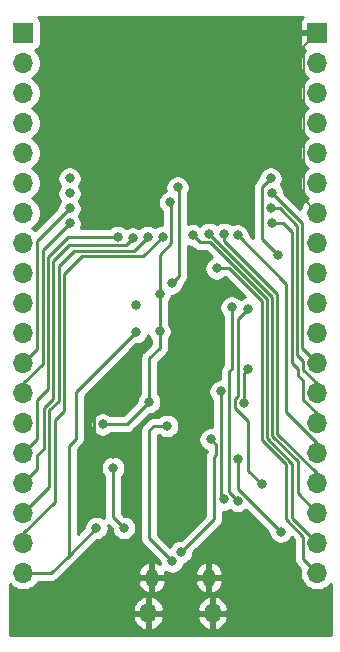
<source format=gbl>
%TF.GenerationSoftware,KiCad,Pcbnew,(5.1.10)-1*%
%TF.CreationDate,2021-10-10T21:05:51-06:00*%
%TF.ProjectId,ESP32_Boardv2.0,45535033-325f-4426-9f61-726476322e30,rev?*%
%TF.SameCoordinates,Original*%
%TF.FileFunction,Copper,L2,Bot*%
%TF.FilePolarity,Positive*%
%FSLAX46Y46*%
G04 Gerber Fmt 4.6, Leading zero omitted, Abs format (unit mm)*
G04 Created by KiCad (PCBNEW (5.1.10)-1) date 2021-10-10 21:05:51*
%MOMM*%
%LPD*%
G01*
G04 APERTURE LIST*
%TA.AperFunction,ComponentPad*%
%ADD10O,1.700000X1.700000*%
%TD*%
%TA.AperFunction,ComponentPad*%
%ADD11R,1.700000X1.700000*%
%TD*%
%TA.AperFunction,ComponentPad*%
%ADD12O,1.100000X1.500000*%
%TD*%
%TA.AperFunction,ComponentPad*%
%ADD13O,1.350000X1.700000*%
%TD*%
%TA.AperFunction,ViaPad*%
%ADD14C,0.800000*%
%TD*%
%TA.AperFunction,Conductor*%
%ADD15C,0.250000*%
%TD*%
%TA.AperFunction,Conductor*%
%ADD16C,0.200000*%
%TD*%
%TA.AperFunction,Conductor*%
%ADD17C,0.254000*%
%TD*%
%TA.AperFunction,Conductor*%
%ADD18C,0.100000*%
%TD*%
G04 APERTURE END LIST*
D10*
%TO.P,J2,19*%
%TO.N,+5V*%
X104267000Y-74295000D03*
%TO.P,J2,18*%
%TO.N,/CMD*%
X104267000Y-71755000D03*
%TO.P,J2,17*%
%TO.N,/SD3*%
X104267000Y-69215000D03*
%TO.P,J2,16*%
%TO.N,/SD2*%
X104267000Y-66675000D03*
%TO.P,J2,15*%
%TO.N,/IO13*%
X104267000Y-64135000D03*
%TO.P,J2,14*%
%TO.N,GND*%
X104267000Y-61595000D03*
%TO.P,J2,13*%
%TO.N,/IO12*%
X104267000Y-59055000D03*
%TO.P,J2,12*%
%TO.N,/IO14*%
X104267000Y-56515000D03*
%TO.P,J2,11*%
%TO.N,/IO27*%
X104267000Y-53975000D03*
%TO.P,J2,10*%
%TO.N,/IO26*%
X104267000Y-51435000D03*
%TO.P,J2,9*%
%TO.N,/IO25*%
X104267000Y-48895000D03*
%TO.P,J2,8*%
%TO.N,/IO33*%
X104267000Y-46355000D03*
%TO.P,J2,7*%
%TO.N,/IO32*%
X104267000Y-43815000D03*
%TO.P,J2,6*%
%TO.N,/IO35*%
X104267000Y-41275000D03*
%TO.P,J2,5*%
%TO.N,/IO34*%
X104267000Y-38735000D03*
%TO.P,J2,4*%
%TO.N,/SENSOR_VN*%
X104267000Y-36195000D03*
%TO.P,J2,3*%
%TO.N,/SENSOR_VP*%
X104267000Y-33655000D03*
%TO.P,J2,2*%
%TO.N,/EN*%
X104267000Y-31115000D03*
D11*
%TO.P,J2,1*%
%TO.N,/VDD33*%
X104267000Y-28575000D03*
%TD*%
D12*
%TO.P,J1,6*%
%TO.N,GND*%
X115157000Y-74696000D03*
X119997000Y-74696000D03*
D13*
X114847000Y-77696000D03*
X120307000Y-77696000D03*
%TD*%
D10*
%TO.P,J3,19*%
%TO.N,/CLK*%
X129159000Y-74295000D03*
%TO.P,J3,18*%
%TO.N,/SD0*%
X129159000Y-71755000D03*
%TO.P,J3,17*%
%TO.N,/SD1*%
X129159000Y-69215000D03*
%TO.P,J3,16*%
%TO.N,/IO15*%
X129159000Y-66675000D03*
%TO.P,J3,15*%
%TO.N,/IO2*%
X129159000Y-64135000D03*
%TO.P,J3,14*%
%TO.N,/IO0*%
X129159000Y-61595000D03*
%TO.P,J3,13*%
%TO.N,/IO4*%
X129159000Y-59055000D03*
%TO.P,J3,12*%
%TO.N,/IO16*%
X129159000Y-56515000D03*
%TO.P,J3,11*%
%TO.N,/IO17*%
X129159000Y-53975000D03*
%TO.P,J3,10*%
%TO.N,/IO5*%
X129159000Y-51435000D03*
%TO.P,J3,9*%
%TO.N,/IO18*%
X129159000Y-48895000D03*
%TO.P,J3,8*%
%TO.N,/IO19*%
X129159000Y-46355000D03*
%TO.P,J3,7*%
%TO.N,GND*%
X129159000Y-43815000D03*
%TO.P,J3,6*%
%TO.N,/IO21*%
X129159000Y-41275000D03*
%TO.P,J3,5*%
%TO.N,/RXD0*%
X129159000Y-38735000D03*
%TO.P,J3,4*%
%TO.N,/TXD0*%
X129159000Y-36195000D03*
%TO.P,J3,3*%
%TO.N,/IO22*%
X129159000Y-33655000D03*
%TO.P,J3,2*%
%TO.N,/IO23*%
X129159000Y-31115000D03*
D11*
%TO.P,J3,1*%
%TO.N,GND*%
X129159000Y-28575000D03*
%TD*%
D14*
%TO.N,GND*%
X115780000Y-35710000D03*
X117570000Y-59800000D03*
X111887000Y-64262000D03*
X118745000Y-67183000D03*
X110272999Y-60107999D03*
X117627000Y-70333000D03*
%TO.N,+5V*%
X113807500Y-53915500D03*
X110471000Y-70485000D03*
%TO.N,/VDD33*%
X113807500Y-51625500D03*
X116840000Y-49784000D03*
X117348000Y-41656000D03*
%TO.N,/IO0*%
X125349000Y-44704000D03*
%TO.N,/EN*%
X116713000Y-42926000D03*
X115824000Y-50673000D03*
X114935000Y-59817000D03*
X110998000Y-61722000D03*
X115824000Y-53848000D03*
%TO.N,/USB_DN*%
X116459000Y-61849000D03*
X116877000Y-73319000D03*
%TO.N,/USB_DP*%
X120142000Y-62992000D03*
X117652000Y-72517000D03*
%TO.N,/VBUS*%
X111887000Y-65405000D03*
X112795000Y-70485000D03*
%TO.N,/RTS*%
X121280347Y-68076653D03*
X120977999Y-58928000D03*
%TO.N,/CMD*%
X116078000Y-45847000D03*
%TO.N,/SD3*%
X114808000Y-45847000D03*
%TO.N,/SD2*%
X113538000Y-45974000D03*
%TO.N,/IO13*%
X112268000Y-45847000D03*
%TO.N,/IO12*%
X108204000Y-44704000D03*
%TO.N,/IO14*%
X108204000Y-43434000D03*
%TO.N,/IO27*%
X108204000Y-42164000D03*
%TO.N,/IO26*%
X108204000Y-40894000D03*
%TO.N,/TXD0*%
X122428000Y-68199000D03*
X121920000Y-51816000D03*
%TO.N,/RXD0*%
X123317000Y-51943000D03*
X124460000Y-66802000D03*
%TO.N,/IO17*%
X125222000Y-40894000D03*
X125857000Y-47371000D03*
%TO.N,/IO16*%
X125349000Y-42164000D03*
%TO.N,/IO4*%
X125222000Y-43434000D03*
%TO.N,/IO2*%
X122428000Y-45720000D03*
X126074000Y-70799747D03*
X122428000Y-64644010D03*
%TO.N,/IO15*%
X121285000Y-45593000D03*
%TO.N,/SD1*%
X120015000Y-45593000D03*
%TO.N,/SD0*%
X118618000Y-45704000D03*
%TO.N,/CLK*%
X120650000Y-48514000D03*
%TO.N,Net-(Q1-Pad1)*%
X122936000Y-59944000D03*
X123306990Y-57056010D03*
%TD*%
D15*
%TO.N,GND*%
X110272999Y-62647999D02*
X110272999Y-60107999D01*
X111887000Y-64262000D02*
X110272999Y-62647999D01*
D16*
X128008999Y-29725001D02*
X129159000Y-28575000D01*
X128008999Y-42664999D02*
X128008999Y-29725001D01*
X129159000Y-43815000D02*
X128008999Y-42664999D01*
D15*
%TO.N,+5V*%
X104267000Y-74295000D02*
X106661000Y-74295000D01*
X110109000Y-57614000D02*
X113807500Y-53915500D01*
X108131000Y-63515998D02*
X108712000Y-62934998D01*
X108131000Y-72825000D02*
X108131000Y-63515998D01*
X106661000Y-74295000D02*
X108131000Y-72825000D01*
X108131000Y-72825000D02*
X110471000Y-70485000D01*
X108712000Y-59011000D02*
X113807500Y-53915500D01*
X108712000Y-62934998D02*
X108712000Y-59011000D01*
%TO.N,/VDD33*%
X117438001Y-41746001D02*
X117348000Y-41656000D01*
X117438001Y-49185999D02*
X117438001Y-41746001D01*
X116840000Y-49784000D02*
X117438001Y-49185999D01*
%TO.N,/IO0*%
X125349000Y-44704000D02*
X126226980Y-44704000D01*
X126988980Y-45466000D02*
X126988980Y-56503980D01*
X126226980Y-44704000D02*
X126988980Y-45466000D01*
X127533989Y-57048989D02*
X127533989Y-57556989D01*
X126988980Y-56503980D02*
X127533989Y-57048989D01*
X127533989Y-57556989D02*
X127983999Y-58006999D01*
X129159000Y-60794002D02*
X129159000Y-61595000D01*
X127983999Y-59619001D02*
X129159000Y-60794002D01*
X127983999Y-58006999D02*
X127983999Y-59619001D01*
%TO.N,/EN*%
X116803001Y-43016001D02*
X116803001Y-46391999D01*
X116713000Y-42926000D02*
X116803001Y-43016001D01*
X115824000Y-47371000D02*
X115824000Y-50673000D01*
X116803001Y-46391999D02*
X115824000Y-47371000D01*
X114935000Y-56134000D02*
X114935000Y-59817000D01*
X115824000Y-55245000D02*
X114935000Y-56134000D01*
X113030000Y-61722000D02*
X114935000Y-59817000D01*
X110998000Y-61722000D02*
X113030000Y-61722000D01*
X115824000Y-53848000D02*
X115824000Y-55245000D01*
X115824000Y-50673000D02*
X115824000Y-53848000D01*
%TO.N,/USB_DN*%
X116607632Y-73049632D02*
X116877000Y-73319000D01*
X116459000Y-61849000D02*
X115316000Y-61849000D01*
X115316000Y-61849000D02*
X114935000Y-62230000D01*
X114935000Y-71377000D02*
X116877000Y-73319000D01*
X114935000Y-62230000D02*
X114935000Y-71377000D01*
%TO.N,/USB_DP*%
X120396000Y-69773000D02*
X117652000Y-72517000D01*
X120396000Y-64516000D02*
X120580990Y-64331010D01*
X120396000Y-69773000D02*
X120396000Y-64516000D01*
X120580990Y-63430990D02*
X120142000Y-62992000D01*
X120580990Y-64331010D02*
X120580990Y-63430990D01*
%TO.N,/VBUS*%
X111887000Y-69577000D02*
X112795000Y-70485000D01*
X111887000Y-65405000D02*
X111887000Y-69577000D01*
%TO.N,/RTS*%
X121280347Y-68076653D02*
X121031000Y-67827306D01*
X121031000Y-58981001D02*
X120977999Y-58928000D01*
X121031000Y-67827306D02*
X121031000Y-58981001D01*
%TO.N,/CMD*%
X116078000Y-45847000D02*
X114452979Y-47472021D01*
X109245979Y-47472021D02*
X107718040Y-48999960D01*
X114452979Y-47472021D02*
X109245979Y-47472021D01*
X107718040Y-60556960D02*
X106945020Y-61329980D01*
X107718040Y-48999960D02*
X107718040Y-60556960D01*
X106945020Y-68275982D02*
X104267000Y-70954002D01*
X104267000Y-70954002D02*
X104267000Y-71755000D01*
X106945020Y-61329980D02*
X106945020Y-68275982D01*
%TO.N,/SD3*%
X104267000Y-69215000D02*
X106495010Y-66986990D01*
X106495010Y-66986990D02*
X106495010Y-60511400D01*
X106495010Y-60511400D02*
X107268030Y-59738380D01*
X107268030Y-59738380D02*
X107268030Y-48306970D01*
X107268030Y-48306970D02*
X108552989Y-47022011D01*
X113632989Y-47022011D02*
X114808000Y-45847000D01*
X108552989Y-47022011D02*
X113632989Y-47022011D01*
%TO.N,/SD2*%
X112939999Y-46572001D02*
X108113999Y-46572001D01*
X113538000Y-45974000D02*
X112939999Y-46572001D01*
X108113999Y-46572001D02*
X106818020Y-47867980D01*
X106818020Y-47867980D02*
X106818020Y-59551980D01*
X106818020Y-59551980D02*
X106045000Y-60325000D01*
X105442001Y-65499999D02*
X104267000Y-66675000D01*
X105442001Y-64356999D02*
X105442001Y-65499999D01*
X106045000Y-63754000D02*
X105442001Y-64356999D01*
X106045000Y-60325000D02*
X106045000Y-63754000D01*
%TO.N,/IO13*%
X112268000Y-45847000D02*
X108077000Y-45847000D01*
X108077000Y-45847000D02*
X106368010Y-47555990D01*
X105442001Y-59619001D02*
X105442001Y-62959999D01*
X106368010Y-58692992D02*
X105442001Y-59619001D01*
X105442001Y-62959999D02*
X104267000Y-64135000D01*
X106368010Y-47555990D02*
X106368010Y-58692992D01*
%TO.N,/IO12*%
X108204000Y-44704000D02*
X105918000Y-46990000D01*
X104267000Y-58254002D02*
X104267000Y-59055000D01*
X105918000Y-56603002D02*
X104267000Y-58254002D01*
X105918000Y-46990000D02*
X105918000Y-56603002D01*
%TO.N,/IO14*%
X105442001Y-55339999D02*
X104267000Y-56515000D01*
X105442001Y-46195999D02*
X105442001Y-55339999D01*
X108204000Y-43434000D02*
X105442001Y-46195999D01*
%TO.N,/TXD0*%
X121702999Y-67473999D02*
X121702999Y-57240001D01*
X122428000Y-68199000D02*
X121702999Y-67473999D01*
X121920000Y-57023000D02*
X121920000Y-51816000D01*
X121702999Y-57240001D02*
X121920000Y-57023000D01*
%TO.N,/RXD0*%
X123317000Y-61398002D02*
X123317000Y-65659000D01*
X122210999Y-60292001D02*
X123317000Y-61398002D01*
X122210999Y-59595999D02*
X122210999Y-60292001D01*
X123317000Y-65659000D02*
X124460000Y-66802000D01*
X122485990Y-59321008D02*
X122210999Y-59595999D01*
X122485990Y-52774010D02*
X122485990Y-59321008D01*
X123317000Y-51943000D02*
X122485990Y-52774010D01*
%TO.N,/IO17*%
X124496999Y-41619001D02*
X125222000Y-40894000D01*
X124496999Y-46010999D02*
X124496999Y-41619001D01*
X125857000Y-47371000D02*
X124496999Y-46010999D01*
%TO.N,/IO16*%
X127889000Y-55245000D02*
X129159000Y-56515000D01*
X127889000Y-44704000D02*
X127889000Y-55245000D01*
X125349000Y-42164000D02*
X127889000Y-44704000D01*
%TO.N,/IO4*%
X125222000Y-43434000D02*
X125982590Y-43434000D01*
X127438990Y-44890400D02*
X127438990Y-55810990D01*
X127438990Y-55810990D02*
X127983999Y-56355999D01*
X125982590Y-43434000D02*
X127438990Y-44890400D01*
X129159000Y-58254002D02*
X129159000Y-59055000D01*
X127983999Y-57079001D02*
X129159000Y-58254002D01*
X127983999Y-56355999D02*
X127983999Y-57079001D01*
%TO.N,/IO2*%
X129159000Y-63334002D02*
X129159000Y-64135000D01*
X126538970Y-60713972D02*
X129159000Y-63334002D01*
X126538970Y-49830970D02*
X126538970Y-60713972D01*
X122428000Y-45720000D02*
X126538970Y-49830970D01*
X122428000Y-67153747D02*
X122428000Y-64644010D01*
X126074000Y-70799747D02*
X122428000Y-67153747D01*
%TO.N,/IO15*%
X129159000Y-65874002D02*
X129159000Y-66675000D01*
X125799315Y-62514317D02*
X129159000Y-65874002D01*
X125799315Y-50673000D02*
X125799315Y-62514317D01*
X121285000Y-46158685D02*
X125799315Y-50673000D01*
X121285000Y-45593000D02*
X121285000Y-46158685D01*
%TO.N,/SD1*%
X125349305Y-50927305D02*
X120015000Y-45593000D01*
X125349305Y-62700717D02*
X125349305Y-50927305D01*
X127508000Y-67564000D02*
X127508000Y-64859412D01*
X127508000Y-64859412D02*
X125349305Y-62700717D01*
X129159000Y-69215000D02*
X127508000Y-67564000D01*
%TO.N,/SD0*%
X124899295Y-51113705D02*
X124899296Y-62887118D01*
X120103591Y-46318001D02*
X124899295Y-51113705D01*
X127057990Y-69653990D02*
X129159000Y-71755000D01*
X127057990Y-65045812D02*
X127057990Y-69653990D01*
X124899296Y-62887118D02*
X127057990Y-65045812D01*
X119232001Y-46318001D02*
X118618000Y-45704000D01*
X120103591Y-46318001D02*
X119232001Y-46318001D01*
%TO.N,/CLK*%
X129159000Y-74295000D02*
X127983999Y-73119999D01*
X127983999Y-71216409D02*
X126492000Y-69724410D01*
X126492000Y-69724410D02*
X126492000Y-65116232D01*
X127983999Y-73119999D02*
X127983999Y-71216409D01*
X124449287Y-63073519D02*
X126492000Y-65116232D01*
X124449287Y-51300107D02*
X124449287Y-63073519D01*
X121663180Y-48514000D02*
X124449287Y-51300107D01*
X120650000Y-48514000D02*
X121663180Y-48514000D01*
%TO.N,Net-(Q1-Pad1)*%
X122936000Y-57427000D02*
X123306990Y-57056010D01*
X122936000Y-59944000D02*
X122936000Y-57427000D01*
%TD*%
D17*
%TO.N,GND*%
X118316102Y-46699226D02*
X118516061Y-46739000D01*
X118578198Y-46739000D01*
X118668201Y-46829003D01*
X118692000Y-46858002D01*
X118720998Y-46881800D01*
X118807725Y-46952975D01*
X118939754Y-47023547D01*
X119083015Y-47067004D01*
X119232001Y-47081678D01*
X119269334Y-47078001D01*
X119788790Y-47078001D01*
X120264282Y-47553493D01*
X120159744Y-47596795D01*
X119990226Y-47710063D01*
X119846063Y-47854226D01*
X119732795Y-48023744D01*
X119654774Y-48212102D01*
X119615000Y-48412061D01*
X119615000Y-48615939D01*
X119654774Y-48815898D01*
X119732795Y-49004256D01*
X119846063Y-49173774D01*
X119990226Y-49317937D01*
X120159744Y-49431205D01*
X120348102Y-49509226D01*
X120548061Y-49549000D01*
X120751939Y-49549000D01*
X120951898Y-49509226D01*
X121140256Y-49431205D01*
X121309774Y-49317937D01*
X121351045Y-49276666D01*
X123020983Y-50946604D01*
X123015102Y-50947774D01*
X122826744Y-51025795D01*
X122686928Y-51119217D01*
X122579774Y-51012063D01*
X122410256Y-50898795D01*
X122221898Y-50820774D01*
X122021939Y-50781000D01*
X121818061Y-50781000D01*
X121618102Y-50820774D01*
X121429744Y-50898795D01*
X121260226Y-51012063D01*
X121116063Y-51156226D01*
X121002795Y-51325744D01*
X120924774Y-51514102D01*
X120885000Y-51714061D01*
X120885000Y-51917939D01*
X120924774Y-52117898D01*
X121002795Y-52306256D01*
X121116063Y-52475774D01*
X121160001Y-52519712D01*
X121160000Y-56703654D01*
X121139201Y-56728998D01*
X121139200Y-56728999D01*
X121068025Y-56815725D01*
X120997453Y-56947755D01*
X120977061Y-57014982D01*
X120953997Y-57091015D01*
X120946022Y-57171985D01*
X120939323Y-57240001D01*
X120943000Y-57277333D01*
X120943000Y-57893000D01*
X120876060Y-57893000D01*
X120676101Y-57932774D01*
X120487743Y-58010795D01*
X120318225Y-58124063D01*
X120174062Y-58268226D01*
X120060794Y-58437744D01*
X119982773Y-58626102D01*
X119942999Y-58826061D01*
X119942999Y-59029939D01*
X119982773Y-59229898D01*
X120060794Y-59418256D01*
X120174062Y-59587774D01*
X120271001Y-59684713D01*
X120271001Y-61962383D01*
X120243939Y-61957000D01*
X120040061Y-61957000D01*
X119840102Y-61996774D01*
X119651744Y-62074795D01*
X119482226Y-62188063D01*
X119338063Y-62332226D01*
X119224795Y-62501744D01*
X119146774Y-62690102D01*
X119107000Y-62890061D01*
X119107000Y-63093939D01*
X119146774Y-63293898D01*
X119224795Y-63482256D01*
X119338063Y-63651774D01*
X119482226Y-63795937D01*
X119651744Y-63909205D01*
X119820990Y-63979309D01*
X119820990Y-64018658D01*
X119761026Y-64091724D01*
X119690454Y-64223754D01*
X119672745Y-64282135D01*
X119646998Y-64367014D01*
X119637884Y-64459546D01*
X119632324Y-64516000D01*
X119636001Y-64553332D01*
X119636000Y-69458198D01*
X117612199Y-71482000D01*
X117550061Y-71482000D01*
X117350102Y-71521774D01*
X117161744Y-71599795D01*
X116992226Y-71713063D01*
X116848063Y-71857226D01*
X116734795Y-72026744D01*
X116712755Y-72079953D01*
X115695000Y-71062199D01*
X115695000Y-62609000D01*
X115755289Y-62609000D01*
X115799226Y-62652937D01*
X115968744Y-62766205D01*
X116157102Y-62844226D01*
X116357061Y-62884000D01*
X116560939Y-62884000D01*
X116760898Y-62844226D01*
X116949256Y-62766205D01*
X117118774Y-62652937D01*
X117262937Y-62508774D01*
X117376205Y-62339256D01*
X117454226Y-62150898D01*
X117494000Y-61950939D01*
X117494000Y-61747061D01*
X117454226Y-61547102D01*
X117376205Y-61358744D01*
X117262937Y-61189226D01*
X117118774Y-61045063D01*
X116949256Y-60931795D01*
X116760898Y-60853774D01*
X116560939Y-60814000D01*
X116357061Y-60814000D01*
X116157102Y-60853774D01*
X115968744Y-60931795D01*
X115799226Y-61045063D01*
X115755289Y-61089000D01*
X115353322Y-61089000D01*
X115315999Y-61085324D01*
X115278676Y-61089000D01*
X115278667Y-61089000D01*
X115167014Y-61099997D01*
X115023753Y-61143454D01*
X114891724Y-61214026D01*
X114775999Y-61308999D01*
X114752196Y-61338003D01*
X114424003Y-61666196D01*
X114394999Y-61689999D01*
X114348170Y-61747061D01*
X114300026Y-61805724D01*
X114260676Y-61879343D01*
X114229454Y-61937754D01*
X114185997Y-62081015D01*
X114175000Y-62192668D01*
X114175000Y-62192678D01*
X114171324Y-62230000D01*
X114175000Y-62267322D01*
X114175001Y-71339668D01*
X114171324Y-71377000D01*
X114175001Y-71414333D01*
X114185409Y-71520000D01*
X114185998Y-71525985D01*
X114229454Y-71669246D01*
X114300026Y-71801276D01*
X114345944Y-71857226D01*
X114395000Y-71917001D01*
X114423998Y-71940799D01*
X115842000Y-73358802D01*
X115842000Y-73420939D01*
X115866606Y-73544643D01*
X115721039Y-73446869D01*
X115505526Y-73356989D01*
X115466744Y-73352197D01*
X115284000Y-73477639D01*
X115284000Y-74569000D01*
X116187152Y-74569000D01*
X116342684Y-74382116D01*
X118811316Y-74382116D01*
X118966848Y-74569000D01*
X119870000Y-74569000D01*
X119870000Y-73477639D01*
X120124000Y-73477639D01*
X120124000Y-74569000D01*
X121027152Y-74569000D01*
X121182684Y-74382116D01*
X121137684Y-74152989D01*
X121048848Y-73937043D01*
X120919590Y-73742578D01*
X120754877Y-73577066D01*
X120561039Y-73446869D01*
X120345526Y-73356989D01*
X120306744Y-73352197D01*
X120124000Y-73477639D01*
X119870000Y-73477639D01*
X119687256Y-73352197D01*
X119648474Y-73356989D01*
X119432961Y-73446869D01*
X119239123Y-73577066D01*
X119074410Y-73742578D01*
X118945152Y-73937043D01*
X118856316Y-74152989D01*
X118811316Y-74382116D01*
X116342684Y-74382116D01*
X116303044Y-74180278D01*
X116386744Y-74236205D01*
X116575102Y-74314226D01*
X116775061Y-74354000D01*
X116978939Y-74354000D01*
X117178898Y-74314226D01*
X117367256Y-74236205D01*
X117536774Y-74122937D01*
X117680937Y-73978774D01*
X117794205Y-73809256D01*
X117872226Y-73620898D01*
X117891368Y-73524664D01*
X117953898Y-73512226D01*
X118142256Y-73434205D01*
X118311774Y-73320937D01*
X118455937Y-73176774D01*
X118569205Y-73007256D01*
X118647226Y-72818898D01*
X118687000Y-72618939D01*
X118687000Y-72556801D01*
X120907004Y-70336798D01*
X120936001Y-70313001D01*
X121018912Y-70211974D01*
X121030974Y-70197277D01*
X121101546Y-70065247D01*
X121116285Y-70016657D01*
X121145003Y-69921986D01*
X121156000Y-69810333D01*
X121156000Y-69810323D01*
X121159676Y-69773001D01*
X121156000Y-69735678D01*
X121156000Y-69107196D01*
X121178408Y-69111653D01*
X121382286Y-69111653D01*
X121582245Y-69071879D01*
X121762502Y-68997213D01*
X121768226Y-69002937D01*
X121937744Y-69116205D01*
X122126102Y-69194226D01*
X122326061Y-69234000D01*
X122529939Y-69234000D01*
X122729898Y-69194226D01*
X122918256Y-69116205D01*
X123087774Y-69002937D01*
X123145081Y-68945630D01*
X125039000Y-70839549D01*
X125039000Y-70901686D01*
X125078774Y-71101645D01*
X125156795Y-71290003D01*
X125270063Y-71459521D01*
X125414226Y-71603684D01*
X125583744Y-71716952D01*
X125772102Y-71794973D01*
X125972061Y-71834747D01*
X126175939Y-71834747D01*
X126375898Y-71794973D01*
X126564256Y-71716952D01*
X126733774Y-71603684D01*
X126877937Y-71459521D01*
X126987835Y-71295047D01*
X127224000Y-71531212D01*
X127223999Y-73082676D01*
X127220323Y-73119999D01*
X127223999Y-73157321D01*
X127223999Y-73157331D01*
X127234996Y-73268984D01*
X127260238Y-73352197D01*
X127278453Y-73412245D01*
X127349025Y-73544275D01*
X127375936Y-73577066D01*
X127443998Y-73660000D01*
X127473002Y-73683803D01*
X127717791Y-73928592D01*
X127674000Y-74148740D01*
X127674000Y-74441260D01*
X127731068Y-74728158D01*
X127843010Y-74998411D01*
X128005525Y-75241632D01*
X128212368Y-75448475D01*
X128455589Y-75610990D01*
X128725842Y-75722932D01*
X129012740Y-75780000D01*
X129305260Y-75780000D01*
X129592158Y-75722932D01*
X129862411Y-75610990D01*
X130105632Y-75448475D01*
X130300000Y-75254107D01*
X130300000Y-79540215D01*
X103120122Y-79549768D01*
X103120405Y-78028884D01*
X113543325Y-78028884D01*
X113599176Y-78280185D01*
X113702981Y-78515761D01*
X113850750Y-78726559D01*
X114036804Y-78904478D01*
X114253993Y-79042681D01*
X114493971Y-79135857D01*
X114517600Y-79138910D01*
X114720000Y-79015224D01*
X114720000Y-77823000D01*
X114974000Y-77823000D01*
X114974000Y-79015224D01*
X115176400Y-79138910D01*
X115200029Y-79135857D01*
X115440007Y-79042681D01*
X115657196Y-78904478D01*
X115843250Y-78726559D01*
X115991019Y-78515761D01*
X116094824Y-78280185D01*
X116150675Y-78028884D01*
X119003325Y-78028884D01*
X119059176Y-78280185D01*
X119162981Y-78515761D01*
X119310750Y-78726559D01*
X119496804Y-78904478D01*
X119713993Y-79042681D01*
X119953971Y-79135857D01*
X119977600Y-79138910D01*
X120180000Y-79015224D01*
X120180000Y-77823000D01*
X120434000Y-77823000D01*
X120434000Y-79015224D01*
X120636400Y-79138910D01*
X120660029Y-79135857D01*
X120900007Y-79042681D01*
X121117196Y-78904478D01*
X121303250Y-78726559D01*
X121451019Y-78515761D01*
X121554824Y-78280185D01*
X121610675Y-78028884D01*
X121460573Y-77823000D01*
X120434000Y-77823000D01*
X120180000Y-77823000D01*
X119153427Y-77823000D01*
X119003325Y-78028884D01*
X116150675Y-78028884D01*
X116000573Y-77823000D01*
X114974000Y-77823000D01*
X114720000Y-77823000D01*
X113693427Y-77823000D01*
X113543325Y-78028884D01*
X103120405Y-78028884D01*
X103120529Y-77363116D01*
X113543325Y-77363116D01*
X113693427Y-77569000D01*
X114720000Y-77569000D01*
X114720000Y-76376776D01*
X114974000Y-76376776D01*
X114974000Y-77569000D01*
X116000573Y-77569000D01*
X116150675Y-77363116D01*
X119003325Y-77363116D01*
X119153427Y-77569000D01*
X120180000Y-77569000D01*
X120180000Y-76376776D01*
X120434000Y-76376776D01*
X120434000Y-77569000D01*
X121460573Y-77569000D01*
X121610675Y-77363116D01*
X121554824Y-77111815D01*
X121451019Y-76876239D01*
X121303250Y-76665441D01*
X121117196Y-76487522D01*
X120900007Y-76349319D01*
X120660029Y-76256143D01*
X120636400Y-76253090D01*
X120434000Y-76376776D01*
X120180000Y-76376776D01*
X119977600Y-76253090D01*
X119953971Y-76256143D01*
X119713993Y-76349319D01*
X119496804Y-76487522D01*
X119310750Y-76665441D01*
X119162981Y-76876239D01*
X119059176Y-77111815D01*
X119003325Y-77363116D01*
X116150675Y-77363116D01*
X116094824Y-77111815D01*
X115991019Y-76876239D01*
X115843250Y-76665441D01*
X115657196Y-76487522D01*
X115440007Y-76349319D01*
X115200029Y-76256143D01*
X115176400Y-76253090D01*
X114974000Y-76376776D01*
X114720000Y-76376776D01*
X114517600Y-76253090D01*
X114493971Y-76256143D01*
X114253993Y-76349319D01*
X114036804Y-76487522D01*
X113850750Y-76665441D01*
X113702981Y-76876239D01*
X113599176Y-77111815D01*
X113543325Y-77363116D01*
X103120529Y-77363116D01*
X103120924Y-75249031D01*
X103320368Y-75448475D01*
X103563589Y-75610990D01*
X103833842Y-75722932D01*
X104120740Y-75780000D01*
X104413260Y-75780000D01*
X104700158Y-75722932D01*
X104970411Y-75610990D01*
X105213632Y-75448475D01*
X105420475Y-75241632D01*
X105545178Y-75055000D01*
X106623678Y-75055000D01*
X106661000Y-75058676D01*
X106698322Y-75055000D01*
X106698333Y-75055000D01*
X106809986Y-75044003D01*
X106922463Y-75009884D01*
X113971316Y-75009884D01*
X114016316Y-75239011D01*
X114105152Y-75454957D01*
X114234410Y-75649422D01*
X114399123Y-75814934D01*
X114592961Y-75945131D01*
X114808474Y-76035011D01*
X114847256Y-76039803D01*
X115030000Y-75914361D01*
X115030000Y-74823000D01*
X115284000Y-74823000D01*
X115284000Y-75914361D01*
X115466744Y-76039803D01*
X115505526Y-76035011D01*
X115721039Y-75945131D01*
X115914877Y-75814934D01*
X116079590Y-75649422D01*
X116208848Y-75454957D01*
X116297684Y-75239011D01*
X116342684Y-75009884D01*
X118811316Y-75009884D01*
X118856316Y-75239011D01*
X118945152Y-75454957D01*
X119074410Y-75649422D01*
X119239123Y-75814934D01*
X119432961Y-75945131D01*
X119648474Y-76035011D01*
X119687256Y-76039803D01*
X119870000Y-75914361D01*
X119870000Y-74823000D01*
X120124000Y-74823000D01*
X120124000Y-75914361D01*
X120306744Y-76039803D01*
X120345526Y-76035011D01*
X120561039Y-75945131D01*
X120754877Y-75814934D01*
X120919590Y-75649422D01*
X121048848Y-75454957D01*
X121137684Y-75239011D01*
X121182684Y-75009884D01*
X121027152Y-74823000D01*
X120124000Y-74823000D01*
X119870000Y-74823000D01*
X118966848Y-74823000D01*
X118811316Y-75009884D01*
X116342684Y-75009884D01*
X116187152Y-74823000D01*
X115284000Y-74823000D01*
X115030000Y-74823000D01*
X114126848Y-74823000D01*
X113971316Y-75009884D01*
X106922463Y-75009884D01*
X106953247Y-75000546D01*
X107085276Y-74929974D01*
X107201001Y-74835001D01*
X107224804Y-74805997D01*
X107648685Y-74382116D01*
X113971316Y-74382116D01*
X114126848Y-74569000D01*
X115030000Y-74569000D01*
X115030000Y-73477639D01*
X114847256Y-73352197D01*
X114808474Y-73356989D01*
X114592961Y-73446869D01*
X114399123Y-73577066D01*
X114234410Y-73742578D01*
X114105152Y-73937043D01*
X114016316Y-74152989D01*
X113971316Y-74382116D01*
X107648685Y-74382116D01*
X108642004Y-73388798D01*
X108671001Y-73365001D01*
X108694804Y-73335997D01*
X110510802Y-71520000D01*
X110572939Y-71520000D01*
X110772898Y-71480226D01*
X110961256Y-71402205D01*
X111130774Y-71288937D01*
X111274937Y-71144774D01*
X111388205Y-70975256D01*
X111466226Y-70786898D01*
X111506000Y-70586939D01*
X111506000Y-70383061D01*
X111478126Y-70242927D01*
X111760000Y-70524801D01*
X111760000Y-70586939D01*
X111799774Y-70786898D01*
X111877795Y-70975256D01*
X111991063Y-71144774D01*
X112135226Y-71288937D01*
X112304744Y-71402205D01*
X112493102Y-71480226D01*
X112693061Y-71520000D01*
X112896939Y-71520000D01*
X113096898Y-71480226D01*
X113285256Y-71402205D01*
X113454774Y-71288937D01*
X113598937Y-71144774D01*
X113712205Y-70975256D01*
X113790226Y-70786898D01*
X113830000Y-70586939D01*
X113830000Y-70383061D01*
X113790226Y-70183102D01*
X113712205Y-69994744D01*
X113598937Y-69825226D01*
X113454774Y-69681063D01*
X113285256Y-69567795D01*
X113096898Y-69489774D01*
X112896939Y-69450000D01*
X112834801Y-69450000D01*
X112647000Y-69262199D01*
X112647000Y-66108711D01*
X112690937Y-66064774D01*
X112804205Y-65895256D01*
X112882226Y-65706898D01*
X112922000Y-65506939D01*
X112922000Y-65303061D01*
X112882226Y-65103102D01*
X112804205Y-64914744D01*
X112690937Y-64745226D01*
X112546774Y-64601063D01*
X112377256Y-64487795D01*
X112188898Y-64409774D01*
X111988939Y-64370000D01*
X111785061Y-64370000D01*
X111585102Y-64409774D01*
X111396744Y-64487795D01*
X111227226Y-64601063D01*
X111083063Y-64745226D01*
X110969795Y-64914744D01*
X110891774Y-65103102D01*
X110852000Y-65303061D01*
X110852000Y-65506939D01*
X110891774Y-65706898D01*
X110969795Y-65895256D01*
X111083063Y-66064774D01*
X111127000Y-66108711D01*
X111127001Y-69539668D01*
X111123324Y-69577000D01*
X111127001Y-69614333D01*
X111133879Y-69684168D01*
X111130774Y-69681063D01*
X110961256Y-69567795D01*
X110772898Y-69489774D01*
X110572939Y-69450000D01*
X110369061Y-69450000D01*
X110169102Y-69489774D01*
X109980744Y-69567795D01*
X109811226Y-69681063D01*
X109667063Y-69825226D01*
X109553795Y-69994744D01*
X109475774Y-70183102D01*
X109436000Y-70383061D01*
X109436000Y-70445198D01*
X108891000Y-70990198D01*
X108891000Y-63830799D01*
X109223004Y-63498796D01*
X109252001Y-63474999D01*
X109300194Y-63416276D01*
X109346974Y-63359275D01*
X109417546Y-63227245D01*
X109429339Y-63188368D01*
X109461003Y-63083984D01*
X109472000Y-62972331D01*
X109472000Y-62972322D01*
X109475676Y-62934999D01*
X109472000Y-62897676D01*
X109472000Y-59325801D01*
X113847302Y-54950500D01*
X113909439Y-54950500D01*
X114109398Y-54910726D01*
X114297756Y-54832705D01*
X114467274Y-54719437D01*
X114611437Y-54575274D01*
X114724705Y-54405756D01*
X114802726Y-54217398D01*
X114822463Y-54118171D01*
X114828774Y-54149898D01*
X114906795Y-54338256D01*
X115020063Y-54507774D01*
X115064001Y-54551712D01*
X115064001Y-54930198D01*
X114424002Y-55570197D01*
X114394999Y-55593999D01*
X114363611Y-55632246D01*
X114300026Y-55709724D01*
X114252609Y-55798434D01*
X114229454Y-55841754D01*
X114185997Y-55985015D01*
X114175000Y-56096668D01*
X114175000Y-56096678D01*
X114171324Y-56134000D01*
X114175000Y-56171323D01*
X114175001Y-59113288D01*
X114131063Y-59157226D01*
X114017795Y-59326744D01*
X113939774Y-59515102D01*
X113900000Y-59715061D01*
X113900000Y-59777198D01*
X112715199Y-60962000D01*
X111701711Y-60962000D01*
X111657774Y-60918063D01*
X111488256Y-60804795D01*
X111299898Y-60726774D01*
X111099939Y-60687000D01*
X110896061Y-60687000D01*
X110696102Y-60726774D01*
X110507744Y-60804795D01*
X110338226Y-60918063D01*
X110194063Y-61062226D01*
X110080795Y-61231744D01*
X110002774Y-61420102D01*
X109963000Y-61620061D01*
X109963000Y-61823939D01*
X110002774Y-62023898D01*
X110080795Y-62212256D01*
X110194063Y-62381774D01*
X110338226Y-62525937D01*
X110507744Y-62639205D01*
X110696102Y-62717226D01*
X110896061Y-62757000D01*
X111099939Y-62757000D01*
X111299898Y-62717226D01*
X111488256Y-62639205D01*
X111657774Y-62525937D01*
X111701711Y-62482000D01*
X112992678Y-62482000D01*
X113030000Y-62485676D01*
X113067322Y-62482000D01*
X113067333Y-62482000D01*
X113178986Y-62471003D01*
X113322247Y-62427546D01*
X113454276Y-62356974D01*
X113570001Y-62262001D01*
X113593804Y-62232997D01*
X114974802Y-60852000D01*
X115036939Y-60852000D01*
X115236898Y-60812226D01*
X115425256Y-60734205D01*
X115594774Y-60620937D01*
X115738937Y-60476774D01*
X115852205Y-60307256D01*
X115930226Y-60118898D01*
X115970000Y-59918939D01*
X115970000Y-59715061D01*
X115930226Y-59515102D01*
X115852205Y-59326744D01*
X115738937Y-59157226D01*
X115695000Y-59113289D01*
X115695000Y-56448801D01*
X116335003Y-55808799D01*
X116364001Y-55785001D01*
X116458974Y-55669276D01*
X116529546Y-55537247D01*
X116573003Y-55393986D01*
X116584000Y-55282333D01*
X116584000Y-55282323D01*
X116587676Y-55245000D01*
X116584000Y-55207677D01*
X116584000Y-54551711D01*
X116627937Y-54507774D01*
X116741205Y-54338256D01*
X116819226Y-54149898D01*
X116859000Y-53949939D01*
X116859000Y-53746061D01*
X116819226Y-53546102D01*
X116741205Y-53357744D01*
X116627937Y-53188226D01*
X116584000Y-53144289D01*
X116584000Y-51376711D01*
X116627937Y-51332774D01*
X116741205Y-51163256D01*
X116819226Y-50974898D01*
X116850236Y-50819000D01*
X116941939Y-50819000D01*
X117141898Y-50779226D01*
X117330256Y-50701205D01*
X117499774Y-50587937D01*
X117643937Y-50443774D01*
X117757205Y-50274256D01*
X117835226Y-50085898D01*
X117875000Y-49885939D01*
X117875000Y-49823802D01*
X117949005Y-49749797D01*
X117978002Y-49726000D01*
X118050222Y-49638000D01*
X118072975Y-49610276D01*
X118143547Y-49478246D01*
X118165251Y-49406695D01*
X118187004Y-49334985D01*
X118198001Y-49223332D01*
X118198001Y-49223323D01*
X118201677Y-49186000D01*
X118198001Y-49148677D01*
X118198001Y-46650307D01*
X118316102Y-46699226D01*
%TA.AperFunction,Conductor*%
D18*
G36*
X118316102Y-46699226D02*
G01*
X118516061Y-46739000D01*
X118578198Y-46739000D01*
X118668201Y-46829003D01*
X118692000Y-46858002D01*
X118720998Y-46881800D01*
X118807725Y-46952975D01*
X118939754Y-47023547D01*
X119083015Y-47067004D01*
X119232001Y-47081678D01*
X119269334Y-47078001D01*
X119788790Y-47078001D01*
X120264282Y-47553493D01*
X120159744Y-47596795D01*
X119990226Y-47710063D01*
X119846063Y-47854226D01*
X119732795Y-48023744D01*
X119654774Y-48212102D01*
X119615000Y-48412061D01*
X119615000Y-48615939D01*
X119654774Y-48815898D01*
X119732795Y-49004256D01*
X119846063Y-49173774D01*
X119990226Y-49317937D01*
X120159744Y-49431205D01*
X120348102Y-49509226D01*
X120548061Y-49549000D01*
X120751939Y-49549000D01*
X120951898Y-49509226D01*
X121140256Y-49431205D01*
X121309774Y-49317937D01*
X121351045Y-49276666D01*
X123020983Y-50946604D01*
X123015102Y-50947774D01*
X122826744Y-51025795D01*
X122686928Y-51119217D01*
X122579774Y-51012063D01*
X122410256Y-50898795D01*
X122221898Y-50820774D01*
X122021939Y-50781000D01*
X121818061Y-50781000D01*
X121618102Y-50820774D01*
X121429744Y-50898795D01*
X121260226Y-51012063D01*
X121116063Y-51156226D01*
X121002795Y-51325744D01*
X120924774Y-51514102D01*
X120885000Y-51714061D01*
X120885000Y-51917939D01*
X120924774Y-52117898D01*
X121002795Y-52306256D01*
X121116063Y-52475774D01*
X121160001Y-52519712D01*
X121160000Y-56703654D01*
X121139201Y-56728998D01*
X121139200Y-56728999D01*
X121068025Y-56815725D01*
X120997453Y-56947755D01*
X120977061Y-57014982D01*
X120953997Y-57091015D01*
X120946022Y-57171985D01*
X120939323Y-57240001D01*
X120943000Y-57277333D01*
X120943000Y-57893000D01*
X120876060Y-57893000D01*
X120676101Y-57932774D01*
X120487743Y-58010795D01*
X120318225Y-58124063D01*
X120174062Y-58268226D01*
X120060794Y-58437744D01*
X119982773Y-58626102D01*
X119942999Y-58826061D01*
X119942999Y-59029939D01*
X119982773Y-59229898D01*
X120060794Y-59418256D01*
X120174062Y-59587774D01*
X120271001Y-59684713D01*
X120271001Y-61962383D01*
X120243939Y-61957000D01*
X120040061Y-61957000D01*
X119840102Y-61996774D01*
X119651744Y-62074795D01*
X119482226Y-62188063D01*
X119338063Y-62332226D01*
X119224795Y-62501744D01*
X119146774Y-62690102D01*
X119107000Y-62890061D01*
X119107000Y-63093939D01*
X119146774Y-63293898D01*
X119224795Y-63482256D01*
X119338063Y-63651774D01*
X119482226Y-63795937D01*
X119651744Y-63909205D01*
X119820990Y-63979309D01*
X119820990Y-64018658D01*
X119761026Y-64091724D01*
X119690454Y-64223754D01*
X119672745Y-64282135D01*
X119646998Y-64367014D01*
X119637884Y-64459546D01*
X119632324Y-64516000D01*
X119636001Y-64553332D01*
X119636000Y-69458198D01*
X117612199Y-71482000D01*
X117550061Y-71482000D01*
X117350102Y-71521774D01*
X117161744Y-71599795D01*
X116992226Y-71713063D01*
X116848063Y-71857226D01*
X116734795Y-72026744D01*
X116712755Y-72079953D01*
X115695000Y-71062199D01*
X115695000Y-62609000D01*
X115755289Y-62609000D01*
X115799226Y-62652937D01*
X115968744Y-62766205D01*
X116157102Y-62844226D01*
X116357061Y-62884000D01*
X116560939Y-62884000D01*
X116760898Y-62844226D01*
X116949256Y-62766205D01*
X117118774Y-62652937D01*
X117262937Y-62508774D01*
X117376205Y-62339256D01*
X117454226Y-62150898D01*
X117494000Y-61950939D01*
X117494000Y-61747061D01*
X117454226Y-61547102D01*
X117376205Y-61358744D01*
X117262937Y-61189226D01*
X117118774Y-61045063D01*
X116949256Y-60931795D01*
X116760898Y-60853774D01*
X116560939Y-60814000D01*
X116357061Y-60814000D01*
X116157102Y-60853774D01*
X115968744Y-60931795D01*
X115799226Y-61045063D01*
X115755289Y-61089000D01*
X115353322Y-61089000D01*
X115315999Y-61085324D01*
X115278676Y-61089000D01*
X115278667Y-61089000D01*
X115167014Y-61099997D01*
X115023753Y-61143454D01*
X114891724Y-61214026D01*
X114775999Y-61308999D01*
X114752196Y-61338003D01*
X114424003Y-61666196D01*
X114394999Y-61689999D01*
X114348170Y-61747061D01*
X114300026Y-61805724D01*
X114260676Y-61879343D01*
X114229454Y-61937754D01*
X114185997Y-62081015D01*
X114175000Y-62192668D01*
X114175000Y-62192678D01*
X114171324Y-62230000D01*
X114175000Y-62267322D01*
X114175001Y-71339668D01*
X114171324Y-71377000D01*
X114175001Y-71414333D01*
X114185409Y-71520000D01*
X114185998Y-71525985D01*
X114229454Y-71669246D01*
X114300026Y-71801276D01*
X114345944Y-71857226D01*
X114395000Y-71917001D01*
X114423998Y-71940799D01*
X115842000Y-73358802D01*
X115842000Y-73420939D01*
X115866606Y-73544643D01*
X115721039Y-73446869D01*
X115505526Y-73356989D01*
X115466744Y-73352197D01*
X115284000Y-73477639D01*
X115284000Y-74569000D01*
X116187152Y-74569000D01*
X116342684Y-74382116D01*
X118811316Y-74382116D01*
X118966848Y-74569000D01*
X119870000Y-74569000D01*
X119870000Y-73477639D01*
X120124000Y-73477639D01*
X120124000Y-74569000D01*
X121027152Y-74569000D01*
X121182684Y-74382116D01*
X121137684Y-74152989D01*
X121048848Y-73937043D01*
X120919590Y-73742578D01*
X120754877Y-73577066D01*
X120561039Y-73446869D01*
X120345526Y-73356989D01*
X120306744Y-73352197D01*
X120124000Y-73477639D01*
X119870000Y-73477639D01*
X119687256Y-73352197D01*
X119648474Y-73356989D01*
X119432961Y-73446869D01*
X119239123Y-73577066D01*
X119074410Y-73742578D01*
X118945152Y-73937043D01*
X118856316Y-74152989D01*
X118811316Y-74382116D01*
X116342684Y-74382116D01*
X116303044Y-74180278D01*
X116386744Y-74236205D01*
X116575102Y-74314226D01*
X116775061Y-74354000D01*
X116978939Y-74354000D01*
X117178898Y-74314226D01*
X117367256Y-74236205D01*
X117536774Y-74122937D01*
X117680937Y-73978774D01*
X117794205Y-73809256D01*
X117872226Y-73620898D01*
X117891368Y-73524664D01*
X117953898Y-73512226D01*
X118142256Y-73434205D01*
X118311774Y-73320937D01*
X118455937Y-73176774D01*
X118569205Y-73007256D01*
X118647226Y-72818898D01*
X118687000Y-72618939D01*
X118687000Y-72556801D01*
X120907004Y-70336798D01*
X120936001Y-70313001D01*
X121018912Y-70211974D01*
X121030974Y-70197277D01*
X121101546Y-70065247D01*
X121116285Y-70016657D01*
X121145003Y-69921986D01*
X121156000Y-69810333D01*
X121156000Y-69810323D01*
X121159676Y-69773001D01*
X121156000Y-69735678D01*
X121156000Y-69107196D01*
X121178408Y-69111653D01*
X121382286Y-69111653D01*
X121582245Y-69071879D01*
X121762502Y-68997213D01*
X121768226Y-69002937D01*
X121937744Y-69116205D01*
X122126102Y-69194226D01*
X122326061Y-69234000D01*
X122529939Y-69234000D01*
X122729898Y-69194226D01*
X122918256Y-69116205D01*
X123087774Y-69002937D01*
X123145081Y-68945630D01*
X125039000Y-70839549D01*
X125039000Y-70901686D01*
X125078774Y-71101645D01*
X125156795Y-71290003D01*
X125270063Y-71459521D01*
X125414226Y-71603684D01*
X125583744Y-71716952D01*
X125772102Y-71794973D01*
X125972061Y-71834747D01*
X126175939Y-71834747D01*
X126375898Y-71794973D01*
X126564256Y-71716952D01*
X126733774Y-71603684D01*
X126877937Y-71459521D01*
X126987835Y-71295047D01*
X127224000Y-71531212D01*
X127223999Y-73082676D01*
X127220323Y-73119999D01*
X127223999Y-73157321D01*
X127223999Y-73157331D01*
X127234996Y-73268984D01*
X127260238Y-73352197D01*
X127278453Y-73412245D01*
X127349025Y-73544275D01*
X127375936Y-73577066D01*
X127443998Y-73660000D01*
X127473002Y-73683803D01*
X127717791Y-73928592D01*
X127674000Y-74148740D01*
X127674000Y-74441260D01*
X127731068Y-74728158D01*
X127843010Y-74998411D01*
X128005525Y-75241632D01*
X128212368Y-75448475D01*
X128455589Y-75610990D01*
X128725842Y-75722932D01*
X129012740Y-75780000D01*
X129305260Y-75780000D01*
X129592158Y-75722932D01*
X129862411Y-75610990D01*
X130105632Y-75448475D01*
X130300000Y-75254107D01*
X130300000Y-79540215D01*
X103120122Y-79549768D01*
X103120405Y-78028884D01*
X113543325Y-78028884D01*
X113599176Y-78280185D01*
X113702981Y-78515761D01*
X113850750Y-78726559D01*
X114036804Y-78904478D01*
X114253993Y-79042681D01*
X114493971Y-79135857D01*
X114517600Y-79138910D01*
X114720000Y-79015224D01*
X114720000Y-77823000D01*
X114974000Y-77823000D01*
X114974000Y-79015224D01*
X115176400Y-79138910D01*
X115200029Y-79135857D01*
X115440007Y-79042681D01*
X115657196Y-78904478D01*
X115843250Y-78726559D01*
X115991019Y-78515761D01*
X116094824Y-78280185D01*
X116150675Y-78028884D01*
X119003325Y-78028884D01*
X119059176Y-78280185D01*
X119162981Y-78515761D01*
X119310750Y-78726559D01*
X119496804Y-78904478D01*
X119713993Y-79042681D01*
X119953971Y-79135857D01*
X119977600Y-79138910D01*
X120180000Y-79015224D01*
X120180000Y-77823000D01*
X120434000Y-77823000D01*
X120434000Y-79015224D01*
X120636400Y-79138910D01*
X120660029Y-79135857D01*
X120900007Y-79042681D01*
X121117196Y-78904478D01*
X121303250Y-78726559D01*
X121451019Y-78515761D01*
X121554824Y-78280185D01*
X121610675Y-78028884D01*
X121460573Y-77823000D01*
X120434000Y-77823000D01*
X120180000Y-77823000D01*
X119153427Y-77823000D01*
X119003325Y-78028884D01*
X116150675Y-78028884D01*
X116000573Y-77823000D01*
X114974000Y-77823000D01*
X114720000Y-77823000D01*
X113693427Y-77823000D01*
X113543325Y-78028884D01*
X103120405Y-78028884D01*
X103120529Y-77363116D01*
X113543325Y-77363116D01*
X113693427Y-77569000D01*
X114720000Y-77569000D01*
X114720000Y-76376776D01*
X114974000Y-76376776D01*
X114974000Y-77569000D01*
X116000573Y-77569000D01*
X116150675Y-77363116D01*
X119003325Y-77363116D01*
X119153427Y-77569000D01*
X120180000Y-77569000D01*
X120180000Y-76376776D01*
X120434000Y-76376776D01*
X120434000Y-77569000D01*
X121460573Y-77569000D01*
X121610675Y-77363116D01*
X121554824Y-77111815D01*
X121451019Y-76876239D01*
X121303250Y-76665441D01*
X121117196Y-76487522D01*
X120900007Y-76349319D01*
X120660029Y-76256143D01*
X120636400Y-76253090D01*
X120434000Y-76376776D01*
X120180000Y-76376776D01*
X119977600Y-76253090D01*
X119953971Y-76256143D01*
X119713993Y-76349319D01*
X119496804Y-76487522D01*
X119310750Y-76665441D01*
X119162981Y-76876239D01*
X119059176Y-77111815D01*
X119003325Y-77363116D01*
X116150675Y-77363116D01*
X116094824Y-77111815D01*
X115991019Y-76876239D01*
X115843250Y-76665441D01*
X115657196Y-76487522D01*
X115440007Y-76349319D01*
X115200029Y-76256143D01*
X115176400Y-76253090D01*
X114974000Y-76376776D01*
X114720000Y-76376776D01*
X114517600Y-76253090D01*
X114493971Y-76256143D01*
X114253993Y-76349319D01*
X114036804Y-76487522D01*
X113850750Y-76665441D01*
X113702981Y-76876239D01*
X113599176Y-77111815D01*
X113543325Y-77363116D01*
X103120529Y-77363116D01*
X103120924Y-75249031D01*
X103320368Y-75448475D01*
X103563589Y-75610990D01*
X103833842Y-75722932D01*
X104120740Y-75780000D01*
X104413260Y-75780000D01*
X104700158Y-75722932D01*
X104970411Y-75610990D01*
X105213632Y-75448475D01*
X105420475Y-75241632D01*
X105545178Y-75055000D01*
X106623678Y-75055000D01*
X106661000Y-75058676D01*
X106698322Y-75055000D01*
X106698333Y-75055000D01*
X106809986Y-75044003D01*
X106922463Y-75009884D01*
X113971316Y-75009884D01*
X114016316Y-75239011D01*
X114105152Y-75454957D01*
X114234410Y-75649422D01*
X114399123Y-75814934D01*
X114592961Y-75945131D01*
X114808474Y-76035011D01*
X114847256Y-76039803D01*
X115030000Y-75914361D01*
X115030000Y-74823000D01*
X115284000Y-74823000D01*
X115284000Y-75914361D01*
X115466744Y-76039803D01*
X115505526Y-76035011D01*
X115721039Y-75945131D01*
X115914877Y-75814934D01*
X116079590Y-75649422D01*
X116208848Y-75454957D01*
X116297684Y-75239011D01*
X116342684Y-75009884D01*
X118811316Y-75009884D01*
X118856316Y-75239011D01*
X118945152Y-75454957D01*
X119074410Y-75649422D01*
X119239123Y-75814934D01*
X119432961Y-75945131D01*
X119648474Y-76035011D01*
X119687256Y-76039803D01*
X119870000Y-75914361D01*
X119870000Y-74823000D01*
X120124000Y-74823000D01*
X120124000Y-75914361D01*
X120306744Y-76039803D01*
X120345526Y-76035011D01*
X120561039Y-75945131D01*
X120754877Y-75814934D01*
X120919590Y-75649422D01*
X121048848Y-75454957D01*
X121137684Y-75239011D01*
X121182684Y-75009884D01*
X121027152Y-74823000D01*
X120124000Y-74823000D01*
X119870000Y-74823000D01*
X118966848Y-74823000D01*
X118811316Y-75009884D01*
X116342684Y-75009884D01*
X116187152Y-74823000D01*
X115284000Y-74823000D01*
X115030000Y-74823000D01*
X114126848Y-74823000D01*
X113971316Y-75009884D01*
X106922463Y-75009884D01*
X106953247Y-75000546D01*
X107085276Y-74929974D01*
X107201001Y-74835001D01*
X107224804Y-74805997D01*
X107648685Y-74382116D01*
X113971316Y-74382116D01*
X114126848Y-74569000D01*
X115030000Y-74569000D01*
X115030000Y-73477639D01*
X114847256Y-73352197D01*
X114808474Y-73356989D01*
X114592961Y-73446869D01*
X114399123Y-73577066D01*
X114234410Y-73742578D01*
X114105152Y-73937043D01*
X114016316Y-74152989D01*
X113971316Y-74382116D01*
X107648685Y-74382116D01*
X108642004Y-73388798D01*
X108671001Y-73365001D01*
X108694804Y-73335997D01*
X110510802Y-71520000D01*
X110572939Y-71520000D01*
X110772898Y-71480226D01*
X110961256Y-71402205D01*
X111130774Y-71288937D01*
X111274937Y-71144774D01*
X111388205Y-70975256D01*
X111466226Y-70786898D01*
X111506000Y-70586939D01*
X111506000Y-70383061D01*
X111478126Y-70242927D01*
X111760000Y-70524801D01*
X111760000Y-70586939D01*
X111799774Y-70786898D01*
X111877795Y-70975256D01*
X111991063Y-71144774D01*
X112135226Y-71288937D01*
X112304744Y-71402205D01*
X112493102Y-71480226D01*
X112693061Y-71520000D01*
X112896939Y-71520000D01*
X113096898Y-71480226D01*
X113285256Y-71402205D01*
X113454774Y-71288937D01*
X113598937Y-71144774D01*
X113712205Y-70975256D01*
X113790226Y-70786898D01*
X113830000Y-70586939D01*
X113830000Y-70383061D01*
X113790226Y-70183102D01*
X113712205Y-69994744D01*
X113598937Y-69825226D01*
X113454774Y-69681063D01*
X113285256Y-69567795D01*
X113096898Y-69489774D01*
X112896939Y-69450000D01*
X112834801Y-69450000D01*
X112647000Y-69262199D01*
X112647000Y-66108711D01*
X112690937Y-66064774D01*
X112804205Y-65895256D01*
X112882226Y-65706898D01*
X112922000Y-65506939D01*
X112922000Y-65303061D01*
X112882226Y-65103102D01*
X112804205Y-64914744D01*
X112690937Y-64745226D01*
X112546774Y-64601063D01*
X112377256Y-64487795D01*
X112188898Y-64409774D01*
X111988939Y-64370000D01*
X111785061Y-64370000D01*
X111585102Y-64409774D01*
X111396744Y-64487795D01*
X111227226Y-64601063D01*
X111083063Y-64745226D01*
X110969795Y-64914744D01*
X110891774Y-65103102D01*
X110852000Y-65303061D01*
X110852000Y-65506939D01*
X110891774Y-65706898D01*
X110969795Y-65895256D01*
X111083063Y-66064774D01*
X111127000Y-66108711D01*
X111127001Y-69539668D01*
X111123324Y-69577000D01*
X111127001Y-69614333D01*
X111133879Y-69684168D01*
X111130774Y-69681063D01*
X110961256Y-69567795D01*
X110772898Y-69489774D01*
X110572939Y-69450000D01*
X110369061Y-69450000D01*
X110169102Y-69489774D01*
X109980744Y-69567795D01*
X109811226Y-69681063D01*
X109667063Y-69825226D01*
X109553795Y-69994744D01*
X109475774Y-70183102D01*
X109436000Y-70383061D01*
X109436000Y-70445198D01*
X108891000Y-70990198D01*
X108891000Y-63830799D01*
X109223004Y-63498796D01*
X109252001Y-63474999D01*
X109300194Y-63416276D01*
X109346974Y-63359275D01*
X109417546Y-63227245D01*
X109429339Y-63188368D01*
X109461003Y-63083984D01*
X109472000Y-62972331D01*
X109472000Y-62972322D01*
X109475676Y-62934999D01*
X109472000Y-62897676D01*
X109472000Y-59325801D01*
X113847302Y-54950500D01*
X113909439Y-54950500D01*
X114109398Y-54910726D01*
X114297756Y-54832705D01*
X114467274Y-54719437D01*
X114611437Y-54575274D01*
X114724705Y-54405756D01*
X114802726Y-54217398D01*
X114822463Y-54118171D01*
X114828774Y-54149898D01*
X114906795Y-54338256D01*
X115020063Y-54507774D01*
X115064001Y-54551712D01*
X115064001Y-54930198D01*
X114424002Y-55570197D01*
X114394999Y-55593999D01*
X114363611Y-55632246D01*
X114300026Y-55709724D01*
X114252609Y-55798434D01*
X114229454Y-55841754D01*
X114185997Y-55985015D01*
X114175000Y-56096668D01*
X114175000Y-56096678D01*
X114171324Y-56134000D01*
X114175000Y-56171323D01*
X114175001Y-59113288D01*
X114131063Y-59157226D01*
X114017795Y-59326744D01*
X113939774Y-59515102D01*
X113900000Y-59715061D01*
X113900000Y-59777198D01*
X112715199Y-60962000D01*
X111701711Y-60962000D01*
X111657774Y-60918063D01*
X111488256Y-60804795D01*
X111299898Y-60726774D01*
X111099939Y-60687000D01*
X110896061Y-60687000D01*
X110696102Y-60726774D01*
X110507744Y-60804795D01*
X110338226Y-60918063D01*
X110194063Y-61062226D01*
X110080795Y-61231744D01*
X110002774Y-61420102D01*
X109963000Y-61620061D01*
X109963000Y-61823939D01*
X110002774Y-62023898D01*
X110080795Y-62212256D01*
X110194063Y-62381774D01*
X110338226Y-62525937D01*
X110507744Y-62639205D01*
X110696102Y-62717226D01*
X110896061Y-62757000D01*
X111099939Y-62757000D01*
X111299898Y-62717226D01*
X111488256Y-62639205D01*
X111657774Y-62525937D01*
X111701711Y-62482000D01*
X112992678Y-62482000D01*
X113030000Y-62485676D01*
X113067322Y-62482000D01*
X113067333Y-62482000D01*
X113178986Y-62471003D01*
X113322247Y-62427546D01*
X113454276Y-62356974D01*
X113570001Y-62262001D01*
X113593804Y-62232997D01*
X114974802Y-60852000D01*
X115036939Y-60852000D01*
X115236898Y-60812226D01*
X115425256Y-60734205D01*
X115594774Y-60620937D01*
X115738937Y-60476774D01*
X115852205Y-60307256D01*
X115930226Y-60118898D01*
X115970000Y-59918939D01*
X115970000Y-59715061D01*
X115930226Y-59515102D01*
X115852205Y-59326744D01*
X115738937Y-59157226D01*
X115695000Y-59113289D01*
X115695000Y-56448801D01*
X116335003Y-55808799D01*
X116364001Y-55785001D01*
X116458974Y-55669276D01*
X116529546Y-55537247D01*
X116573003Y-55393986D01*
X116584000Y-55282333D01*
X116584000Y-55282323D01*
X116587676Y-55245000D01*
X116584000Y-55207677D01*
X116584000Y-54551711D01*
X116627937Y-54507774D01*
X116741205Y-54338256D01*
X116819226Y-54149898D01*
X116859000Y-53949939D01*
X116859000Y-53746061D01*
X116819226Y-53546102D01*
X116741205Y-53357744D01*
X116627937Y-53188226D01*
X116584000Y-53144289D01*
X116584000Y-51376711D01*
X116627937Y-51332774D01*
X116741205Y-51163256D01*
X116819226Y-50974898D01*
X116850236Y-50819000D01*
X116941939Y-50819000D01*
X117141898Y-50779226D01*
X117330256Y-50701205D01*
X117499774Y-50587937D01*
X117643937Y-50443774D01*
X117757205Y-50274256D01*
X117835226Y-50085898D01*
X117875000Y-49885939D01*
X117875000Y-49823802D01*
X117949005Y-49749797D01*
X117978002Y-49726000D01*
X118050222Y-49638000D01*
X118072975Y-49610276D01*
X118143547Y-49478246D01*
X118165251Y-49406695D01*
X118187004Y-49334985D01*
X118198001Y-49223332D01*
X118198001Y-49223323D01*
X118201677Y-49186000D01*
X118198001Y-49148677D01*
X118198001Y-46650307D01*
X118316102Y-46699226D01*
G37*
%TD.AperFunction*%
D17*
X104394000Y-61468000D02*
X104414000Y-61468000D01*
X104414000Y-61722000D01*
X104394000Y-61722000D01*
X104394000Y-61742000D01*
X104140000Y-61742000D01*
X104140000Y-61722000D01*
X104120000Y-61722000D01*
X104120000Y-61468000D01*
X104140000Y-61468000D01*
X104140000Y-61448000D01*
X104394000Y-61448000D01*
X104394000Y-61468000D01*
%TA.AperFunction,Conductor*%
D18*
G36*
X104394000Y-61468000D02*
G01*
X104414000Y-61468000D01*
X104414000Y-61722000D01*
X104394000Y-61722000D01*
X104394000Y-61742000D01*
X104140000Y-61742000D01*
X104140000Y-61722000D01*
X104120000Y-61722000D01*
X104120000Y-61468000D01*
X104140000Y-61468000D01*
X104140000Y-61448000D01*
X104394000Y-61448000D01*
X104394000Y-61468000D01*
G37*
%TD.AperFunction*%
D17*
X127857815Y-27273815D02*
X127778463Y-27370506D01*
X127719498Y-27480820D01*
X127683188Y-27600518D01*
X127670928Y-27725000D01*
X127674000Y-28289250D01*
X127832750Y-28448000D01*
X129032000Y-28448000D01*
X129032000Y-28428000D01*
X129286000Y-28428000D01*
X129286000Y-28448000D01*
X129306000Y-28448000D01*
X129306000Y-28702000D01*
X129286000Y-28702000D01*
X129286000Y-28722000D01*
X129032000Y-28722000D01*
X129032000Y-28702000D01*
X127832750Y-28702000D01*
X127674000Y-28860750D01*
X127670928Y-29425000D01*
X127683188Y-29549482D01*
X127719498Y-29669180D01*
X127778463Y-29779494D01*
X127857815Y-29876185D01*
X127954506Y-29955537D01*
X128064820Y-30014502D01*
X128137380Y-30036513D01*
X128005525Y-30168368D01*
X127843010Y-30411589D01*
X127731068Y-30681842D01*
X127674000Y-30968740D01*
X127674000Y-31261260D01*
X127731068Y-31548158D01*
X127843010Y-31818411D01*
X128005525Y-32061632D01*
X128212368Y-32268475D01*
X128386760Y-32385000D01*
X128212368Y-32501525D01*
X128005525Y-32708368D01*
X127843010Y-32951589D01*
X127731068Y-33221842D01*
X127674000Y-33508740D01*
X127674000Y-33801260D01*
X127731068Y-34088158D01*
X127843010Y-34358411D01*
X128005525Y-34601632D01*
X128212368Y-34808475D01*
X128386760Y-34925000D01*
X128212368Y-35041525D01*
X128005525Y-35248368D01*
X127843010Y-35491589D01*
X127731068Y-35761842D01*
X127674000Y-36048740D01*
X127674000Y-36341260D01*
X127731068Y-36628158D01*
X127843010Y-36898411D01*
X128005525Y-37141632D01*
X128212368Y-37348475D01*
X128386760Y-37465000D01*
X128212368Y-37581525D01*
X128005525Y-37788368D01*
X127843010Y-38031589D01*
X127731068Y-38301842D01*
X127674000Y-38588740D01*
X127674000Y-38881260D01*
X127731068Y-39168158D01*
X127843010Y-39438411D01*
X128005525Y-39681632D01*
X128212368Y-39888475D01*
X128386760Y-40005000D01*
X128212368Y-40121525D01*
X128005525Y-40328368D01*
X127843010Y-40571589D01*
X127731068Y-40841842D01*
X127674000Y-41128740D01*
X127674000Y-41421260D01*
X127731068Y-41708158D01*
X127843010Y-41978411D01*
X128005525Y-42221632D01*
X128212368Y-42428475D01*
X128394534Y-42550195D01*
X128277645Y-42619822D01*
X128061412Y-42814731D01*
X127887359Y-43048080D01*
X127762175Y-43310901D01*
X127717614Y-43457812D01*
X126384000Y-42124199D01*
X126384000Y-42062061D01*
X126344226Y-41862102D01*
X126266205Y-41673744D01*
X126152937Y-41504226D01*
X126096652Y-41447941D01*
X126139205Y-41384256D01*
X126217226Y-41195898D01*
X126257000Y-40995939D01*
X126257000Y-40792061D01*
X126217226Y-40592102D01*
X126139205Y-40403744D01*
X126025937Y-40234226D01*
X125881774Y-40090063D01*
X125712256Y-39976795D01*
X125523898Y-39898774D01*
X125323939Y-39859000D01*
X125120061Y-39859000D01*
X124920102Y-39898774D01*
X124731744Y-39976795D01*
X124562226Y-40090063D01*
X124418063Y-40234226D01*
X124304795Y-40403744D01*
X124226774Y-40592102D01*
X124187000Y-40792061D01*
X124187000Y-40854199D01*
X123985997Y-41055202D01*
X123956999Y-41079000D01*
X123933201Y-41107998D01*
X123933200Y-41107999D01*
X123862025Y-41194725D01*
X123791453Y-41326755D01*
X123783158Y-41354102D01*
X123747997Y-41470015D01*
X123744353Y-41507015D01*
X123733323Y-41619001D01*
X123737000Y-41656333D01*
X123736999Y-45954198D01*
X123463000Y-45680199D01*
X123463000Y-45618061D01*
X123423226Y-45418102D01*
X123345205Y-45229744D01*
X123231937Y-45060226D01*
X123087774Y-44916063D01*
X122918256Y-44802795D01*
X122729898Y-44724774D01*
X122529939Y-44685000D01*
X122326061Y-44685000D01*
X122126102Y-44724774D01*
X121952425Y-44796714D01*
X121944774Y-44789063D01*
X121775256Y-44675795D01*
X121586898Y-44597774D01*
X121386939Y-44558000D01*
X121183061Y-44558000D01*
X120983102Y-44597774D01*
X120794744Y-44675795D01*
X120650000Y-44772510D01*
X120505256Y-44675795D01*
X120316898Y-44597774D01*
X120116939Y-44558000D01*
X119913061Y-44558000D01*
X119713102Y-44597774D01*
X119524744Y-44675795D01*
X119355226Y-44789063D01*
X119257663Y-44886626D01*
X119108256Y-44786795D01*
X118919898Y-44708774D01*
X118719939Y-44669000D01*
X118516061Y-44669000D01*
X118316102Y-44708774D01*
X118198001Y-44757693D01*
X118198001Y-42246834D01*
X118265205Y-42146256D01*
X118343226Y-41957898D01*
X118383000Y-41757939D01*
X118383000Y-41554061D01*
X118343226Y-41354102D01*
X118265205Y-41165744D01*
X118151937Y-40996226D01*
X118007774Y-40852063D01*
X117838256Y-40738795D01*
X117649898Y-40660774D01*
X117449939Y-40621000D01*
X117246061Y-40621000D01*
X117046102Y-40660774D01*
X116857744Y-40738795D01*
X116688226Y-40852063D01*
X116544063Y-40996226D01*
X116430795Y-41165744D01*
X116352774Y-41354102D01*
X116313000Y-41554061D01*
X116313000Y-41757939D01*
X116352229Y-41955160D01*
X116222744Y-42008795D01*
X116053226Y-42122063D01*
X115909063Y-42266226D01*
X115795795Y-42435744D01*
X115717774Y-42624102D01*
X115678000Y-42824061D01*
X115678000Y-43027939D01*
X115717774Y-43227898D01*
X115795795Y-43416256D01*
X115909063Y-43585774D01*
X116043001Y-43719712D01*
X116043002Y-44812000D01*
X115976061Y-44812000D01*
X115776102Y-44851774D01*
X115587744Y-44929795D01*
X115443000Y-45026510D01*
X115298256Y-44929795D01*
X115109898Y-44851774D01*
X114909939Y-44812000D01*
X114706061Y-44812000D01*
X114506102Y-44851774D01*
X114317744Y-44929795D01*
X114148226Y-45043063D01*
X114091941Y-45099348D01*
X114028256Y-45056795D01*
X113839898Y-44978774D01*
X113639939Y-44939000D01*
X113436061Y-44939000D01*
X113236102Y-44978774D01*
X113047744Y-45056795D01*
X112984059Y-45099348D01*
X112927774Y-45043063D01*
X112758256Y-44929795D01*
X112569898Y-44851774D01*
X112369939Y-44812000D01*
X112166061Y-44812000D01*
X111966102Y-44851774D01*
X111777744Y-44929795D01*
X111608226Y-45043063D01*
X111564289Y-45087000D01*
X109165632Y-45087000D01*
X109199226Y-45005898D01*
X109239000Y-44805939D01*
X109239000Y-44602061D01*
X109199226Y-44402102D01*
X109121205Y-44213744D01*
X109024490Y-44069000D01*
X109121205Y-43924256D01*
X109199226Y-43735898D01*
X109239000Y-43535939D01*
X109239000Y-43332061D01*
X109199226Y-43132102D01*
X109121205Y-42943744D01*
X109024490Y-42799000D01*
X109121205Y-42654256D01*
X109199226Y-42465898D01*
X109239000Y-42265939D01*
X109239000Y-42062061D01*
X109199226Y-41862102D01*
X109121205Y-41673744D01*
X109024490Y-41529000D01*
X109121205Y-41384256D01*
X109199226Y-41195898D01*
X109239000Y-40995939D01*
X109239000Y-40792061D01*
X109199226Y-40592102D01*
X109121205Y-40403744D01*
X109007937Y-40234226D01*
X108863774Y-40090063D01*
X108694256Y-39976795D01*
X108505898Y-39898774D01*
X108305939Y-39859000D01*
X108102061Y-39859000D01*
X107902102Y-39898774D01*
X107713744Y-39976795D01*
X107544226Y-40090063D01*
X107400063Y-40234226D01*
X107286795Y-40403744D01*
X107208774Y-40592102D01*
X107169000Y-40792061D01*
X107169000Y-40995939D01*
X107208774Y-41195898D01*
X107286795Y-41384256D01*
X107383510Y-41529000D01*
X107286795Y-41673744D01*
X107208774Y-41862102D01*
X107169000Y-42062061D01*
X107169000Y-42265939D01*
X107208774Y-42465898D01*
X107286795Y-42654256D01*
X107383510Y-42799000D01*
X107286795Y-42943744D01*
X107208774Y-43132102D01*
X107169000Y-43332061D01*
X107169000Y-43394197D01*
X105287653Y-45275546D01*
X105213632Y-45201525D01*
X105039240Y-45085000D01*
X105213632Y-44968475D01*
X105420475Y-44761632D01*
X105582990Y-44518411D01*
X105694932Y-44248158D01*
X105752000Y-43961260D01*
X105752000Y-43668740D01*
X105694932Y-43381842D01*
X105582990Y-43111589D01*
X105420475Y-42868368D01*
X105213632Y-42661525D01*
X105039240Y-42545000D01*
X105213632Y-42428475D01*
X105420475Y-42221632D01*
X105582990Y-41978411D01*
X105694932Y-41708158D01*
X105752000Y-41421260D01*
X105752000Y-41128740D01*
X105694932Y-40841842D01*
X105582990Y-40571589D01*
X105420475Y-40328368D01*
X105213632Y-40121525D01*
X105039240Y-40005000D01*
X105213632Y-39888475D01*
X105420475Y-39681632D01*
X105582990Y-39438411D01*
X105694932Y-39168158D01*
X105752000Y-38881260D01*
X105752000Y-38588740D01*
X105694932Y-38301842D01*
X105582990Y-38031589D01*
X105420475Y-37788368D01*
X105213632Y-37581525D01*
X105039240Y-37465000D01*
X105213632Y-37348475D01*
X105420475Y-37141632D01*
X105582990Y-36898411D01*
X105694932Y-36628158D01*
X105752000Y-36341260D01*
X105752000Y-36048740D01*
X105694932Y-35761842D01*
X105582990Y-35491589D01*
X105420475Y-35248368D01*
X105213632Y-35041525D01*
X105039240Y-34925000D01*
X105213632Y-34808475D01*
X105420475Y-34601632D01*
X105582990Y-34358411D01*
X105694932Y-34088158D01*
X105752000Y-33801260D01*
X105752000Y-33508740D01*
X105694932Y-33221842D01*
X105582990Y-32951589D01*
X105420475Y-32708368D01*
X105213632Y-32501525D01*
X105039240Y-32385000D01*
X105213632Y-32268475D01*
X105420475Y-32061632D01*
X105582990Y-31818411D01*
X105694932Y-31548158D01*
X105752000Y-31261260D01*
X105752000Y-30968740D01*
X105694932Y-30681842D01*
X105582990Y-30411589D01*
X105420475Y-30168368D01*
X105288620Y-30036513D01*
X105361180Y-30014502D01*
X105471494Y-29955537D01*
X105568185Y-29876185D01*
X105647537Y-29779494D01*
X105706502Y-29669180D01*
X105742812Y-29549482D01*
X105755072Y-29425000D01*
X105755072Y-27725000D01*
X105742812Y-27600518D01*
X105706502Y-27480820D01*
X105647537Y-27370506D01*
X105568185Y-27273815D01*
X105535227Y-27246767D01*
X127919534Y-27223164D01*
X127857815Y-27273815D01*
%TA.AperFunction,Conductor*%
D18*
G36*
X127857815Y-27273815D02*
G01*
X127778463Y-27370506D01*
X127719498Y-27480820D01*
X127683188Y-27600518D01*
X127670928Y-27725000D01*
X127674000Y-28289250D01*
X127832750Y-28448000D01*
X129032000Y-28448000D01*
X129032000Y-28428000D01*
X129286000Y-28428000D01*
X129286000Y-28448000D01*
X129306000Y-28448000D01*
X129306000Y-28702000D01*
X129286000Y-28702000D01*
X129286000Y-28722000D01*
X129032000Y-28722000D01*
X129032000Y-28702000D01*
X127832750Y-28702000D01*
X127674000Y-28860750D01*
X127670928Y-29425000D01*
X127683188Y-29549482D01*
X127719498Y-29669180D01*
X127778463Y-29779494D01*
X127857815Y-29876185D01*
X127954506Y-29955537D01*
X128064820Y-30014502D01*
X128137380Y-30036513D01*
X128005525Y-30168368D01*
X127843010Y-30411589D01*
X127731068Y-30681842D01*
X127674000Y-30968740D01*
X127674000Y-31261260D01*
X127731068Y-31548158D01*
X127843010Y-31818411D01*
X128005525Y-32061632D01*
X128212368Y-32268475D01*
X128386760Y-32385000D01*
X128212368Y-32501525D01*
X128005525Y-32708368D01*
X127843010Y-32951589D01*
X127731068Y-33221842D01*
X127674000Y-33508740D01*
X127674000Y-33801260D01*
X127731068Y-34088158D01*
X127843010Y-34358411D01*
X128005525Y-34601632D01*
X128212368Y-34808475D01*
X128386760Y-34925000D01*
X128212368Y-35041525D01*
X128005525Y-35248368D01*
X127843010Y-35491589D01*
X127731068Y-35761842D01*
X127674000Y-36048740D01*
X127674000Y-36341260D01*
X127731068Y-36628158D01*
X127843010Y-36898411D01*
X128005525Y-37141632D01*
X128212368Y-37348475D01*
X128386760Y-37465000D01*
X128212368Y-37581525D01*
X128005525Y-37788368D01*
X127843010Y-38031589D01*
X127731068Y-38301842D01*
X127674000Y-38588740D01*
X127674000Y-38881260D01*
X127731068Y-39168158D01*
X127843010Y-39438411D01*
X128005525Y-39681632D01*
X128212368Y-39888475D01*
X128386760Y-40005000D01*
X128212368Y-40121525D01*
X128005525Y-40328368D01*
X127843010Y-40571589D01*
X127731068Y-40841842D01*
X127674000Y-41128740D01*
X127674000Y-41421260D01*
X127731068Y-41708158D01*
X127843010Y-41978411D01*
X128005525Y-42221632D01*
X128212368Y-42428475D01*
X128394534Y-42550195D01*
X128277645Y-42619822D01*
X128061412Y-42814731D01*
X127887359Y-43048080D01*
X127762175Y-43310901D01*
X127717614Y-43457812D01*
X126384000Y-42124199D01*
X126384000Y-42062061D01*
X126344226Y-41862102D01*
X126266205Y-41673744D01*
X126152937Y-41504226D01*
X126096652Y-41447941D01*
X126139205Y-41384256D01*
X126217226Y-41195898D01*
X126257000Y-40995939D01*
X126257000Y-40792061D01*
X126217226Y-40592102D01*
X126139205Y-40403744D01*
X126025937Y-40234226D01*
X125881774Y-40090063D01*
X125712256Y-39976795D01*
X125523898Y-39898774D01*
X125323939Y-39859000D01*
X125120061Y-39859000D01*
X124920102Y-39898774D01*
X124731744Y-39976795D01*
X124562226Y-40090063D01*
X124418063Y-40234226D01*
X124304795Y-40403744D01*
X124226774Y-40592102D01*
X124187000Y-40792061D01*
X124187000Y-40854199D01*
X123985997Y-41055202D01*
X123956999Y-41079000D01*
X123933201Y-41107998D01*
X123933200Y-41107999D01*
X123862025Y-41194725D01*
X123791453Y-41326755D01*
X123783158Y-41354102D01*
X123747997Y-41470015D01*
X123744353Y-41507015D01*
X123733323Y-41619001D01*
X123737000Y-41656333D01*
X123736999Y-45954198D01*
X123463000Y-45680199D01*
X123463000Y-45618061D01*
X123423226Y-45418102D01*
X123345205Y-45229744D01*
X123231937Y-45060226D01*
X123087774Y-44916063D01*
X122918256Y-44802795D01*
X122729898Y-44724774D01*
X122529939Y-44685000D01*
X122326061Y-44685000D01*
X122126102Y-44724774D01*
X121952425Y-44796714D01*
X121944774Y-44789063D01*
X121775256Y-44675795D01*
X121586898Y-44597774D01*
X121386939Y-44558000D01*
X121183061Y-44558000D01*
X120983102Y-44597774D01*
X120794744Y-44675795D01*
X120650000Y-44772510D01*
X120505256Y-44675795D01*
X120316898Y-44597774D01*
X120116939Y-44558000D01*
X119913061Y-44558000D01*
X119713102Y-44597774D01*
X119524744Y-44675795D01*
X119355226Y-44789063D01*
X119257663Y-44886626D01*
X119108256Y-44786795D01*
X118919898Y-44708774D01*
X118719939Y-44669000D01*
X118516061Y-44669000D01*
X118316102Y-44708774D01*
X118198001Y-44757693D01*
X118198001Y-42246834D01*
X118265205Y-42146256D01*
X118343226Y-41957898D01*
X118383000Y-41757939D01*
X118383000Y-41554061D01*
X118343226Y-41354102D01*
X118265205Y-41165744D01*
X118151937Y-40996226D01*
X118007774Y-40852063D01*
X117838256Y-40738795D01*
X117649898Y-40660774D01*
X117449939Y-40621000D01*
X117246061Y-40621000D01*
X117046102Y-40660774D01*
X116857744Y-40738795D01*
X116688226Y-40852063D01*
X116544063Y-40996226D01*
X116430795Y-41165744D01*
X116352774Y-41354102D01*
X116313000Y-41554061D01*
X116313000Y-41757939D01*
X116352229Y-41955160D01*
X116222744Y-42008795D01*
X116053226Y-42122063D01*
X115909063Y-42266226D01*
X115795795Y-42435744D01*
X115717774Y-42624102D01*
X115678000Y-42824061D01*
X115678000Y-43027939D01*
X115717774Y-43227898D01*
X115795795Y-43416256D01*
X115909063Y-43585774D01*
X116043001Y-43719712D01*
X116043002Y-44812000D01*
X115976061Y-44812000D01*
X115776102Y-44851774D01*
X115587744Y-44929795D01*
X115443000Y-45026510D01*
X115298256Y-44929795D01*
X115109898Y-44851774D01*
X114909939Y-44812000D01*
X114706061Y-44812000D01*
X114506102Y-44851774D01*
X114317744Y-44929795D01*
X114148226Y-45043063D01*
X114091941Y-45099348D01*
X114028256Y-45056795D01*
X113839898Y-44978774D01*
X113639939Y-44939000D01*
X113436061Y-44939000D01*
X113236102Y-44978774D01*
X113047744Y-45056795D01*
X112984059Y-45099348D01*
X112927774Y-45043063D01*
X112758256Y-44929795D01*
X112569898Y-44851774D01*
X112369939Y-44812000D01*
X112166061Y-44812000D01*
X111966102Y-44851774D01*
X111777744Y-44929795D01*
X111608226Y-45043063D01*
X111564289Y-45087000D01*
X109165632Y-45087000D01*
X109199226Y-45005898D01*
X109239000Y-44805939D01*
X109239000Y-44602061D01*
X109199226Y-44402102D01*
X109121205Y-44213744D01*
X109024490Y-44069000D01*
X109121205Y-43924256D01*
X109199226Y-43735898D01*
X109239000Y-43535939D01*
X109239000Y-43332061D01*
X109199226Y-43132102D01*
X109121205Y-42943744D01*
X109024490Y-42799000D01*
X109121205Y-42654256D01*
X109199226Y-42465898D01*
X109239000Y-42265939D01*
X109239000Y-42062061D01*
X109199226Y-41862102D01*
X109121205Y-41673744D01*
X109024490Y-41529000D01*
X109121205Y-41384256D01*
X109199226Y-41195898D01*
X109239000Y-40995939D01*
X109239000Y-40792061D01*
X109199226Y-40592102D01*
X109121205Y-40403744D01*
X109007937Y-40234226D01*
X108863774Y-40090063D01*
X108694256Y-39976795D01*
X108505898Y-39898774D01*
X108305939Y-39859000D01*
X108102061Y-39859000D01*
X107902102Y-39898774D01*
X107713744Y-39976795D01*
X107544226Y-40090063D01*
X107400063Y-40234226D01*
X107286795Y-40403744D01*
X107208774Y-40592102D01*
X107169000Y-40792061D01*
X107169000Y-40995939D01*
X107208774Y-41195898D01*
X107286795Y-41384256D01*
X107383510Y-41529000D01*
X107286795Y-41673744D01*
X107208774Y-41862102D01*
X107169000Y-42062061D01*
X107169000Y-42265939D01*
X107208774Y-42465898D01*
X107286795Y-42654256D01*
X107383510Y-42799000D01*
X107286795Y-42943744D01*
X107208774Y-43132102D01*
X107169000Y-43332061D01*
X107169000Y-43394197D01*
X105287653Y-45275546D01*
X105213632Y-45201525D01*
X105039240Y-45085000D01*
X105213632Y-44968475D01*
X105420475Y-44761632D01*
X105582990Y-44518411D01*
X105694932Y-44248158D01*
X105752000Y-43961260D01*
X105752000Y-43668740D01*
X105694932Y-43381842D01*
X105582990Y-43111589D01*
X105420475Y-42868368D01*
X105213632Y-42661525D01*
X105039240Y-42545000D01*
X105213632Y-42428475D01*
X105420475Y-42221632D01*
X105582990Y-41978411D01*
X105694932Y-41708158D01*
X105752000Y-41421260D01*
X105752000Y-41128740D01*
X105694932Y-40841842D01*
X105582990Y-40571589D01*
X105420475Y-40328368D01*
X105213632Y-40121525D01*
X105039240Y-40005000D01*
X105213632Y-39888475D01*
X105420475Y-39681632D01*
X105582990Y-39438411D01*
X105694932Y-39168158D01*
X105752000Y-38881260D01*
X105752000Y-38588740D01*
X105694932Y-38301842D01*
X105582990Y-38031589D01*
X105420475Y-37788368D01*
X105213632Y-37581525D01*
X105039240Y-37465000D01*
X105213632Y-37348475D01*
X105420475Y-37141632D01*
X105582990Y-36898411D01*
X105694932Y-36628158D01*
X105752000Y-36341260D01*
X105752000Y-36048740D01*
X105694932Y-35761842D01*
X105582990Y-35491589D01*
X105420475Y-35248368D01*
X105213632Y-35041525D01*
X105039240Y-34925000D01*
X105213632Y-34808475D01*
X105420475Y-34601632D01*
X105582990Y-34358411D01*
X105694932Y-34088158D01*
X105752000Y-33801260D01*
X105752000Y-33508740D01*
X105694932Y-33221842D01*
X105582990Y-32951589D01*
X105420475Y-32708368D01*
X105213632Y-32501525D01*
X105039240Y-32385000D01*
X105213632Y-32268475D01*
X105420475Y-32061632D01*
X105582990Y-31818411D01*
X105694932Y-31548158D01*
X105752000Y-31261260D01*
X105752000Y-30968740D01*
X105694932Y-30681842D01*
X105582990Y-30411589D01*
X105420475Y-30168368D01*
X105288620Y-30036513D01*
X105361180Y-30014502D01*
X105471494Y-29955537D01*
X105568185Y-29876185D01*
X105647537Y-29779494D01*
X105706502Y-29669180D01*
X105742812Y-29549482D01*
X105755072Y-29425000D01*
X105755072Y-27725000D01*
X105742812Y-27600518D01*
X105706502Y-27480820D01*
X105647537Y-27370506D01*
X105568185Y-27273815D01*
X105535227Y-27246767D01*
X127919534Y-27223164D01*
X127857815Y-27273815D01*
G37*
%TD.AperFunction*%
D17*
X129286000Y-43688000D02*
X129306000Y-43688000D01*
X129306000Y-43942000D01*
X129286000Y-43942000D01*
X129286000Y-43962000D01*
X129032000Y-43962000D01*
X129032000Y-43942000D01*
X129012000Y-43942000D01*
X129012000Y-43688000D01*
X129032000Y-43688000D01*
X129032000Y-43668000D01*
X129286000Y-43668000D01*
X129286000Y-43688000D01*
%TA.AperFunction,Conductor*%
D18*
G36*
X129286000Y-43688000D02*
G01*
X129306000Y-43688000D01*
X129306000Y-43942000D01*
X129286000Y-43942000D01*
X129286000Y-43962000D01*
X129032000Y-43962000D01*
X129032000Y-43942000D01*
X129012000Y-43942000D01*
X129012000Y-43688000D01*
X129032000Y-43688000D01*
X129032000Y-43668000D01*
X129286000Y-43668000D01*
X129286000Y-43688000D01*
G37*
%TD.AperFunction*%
%TD*%
M02*

</source>
